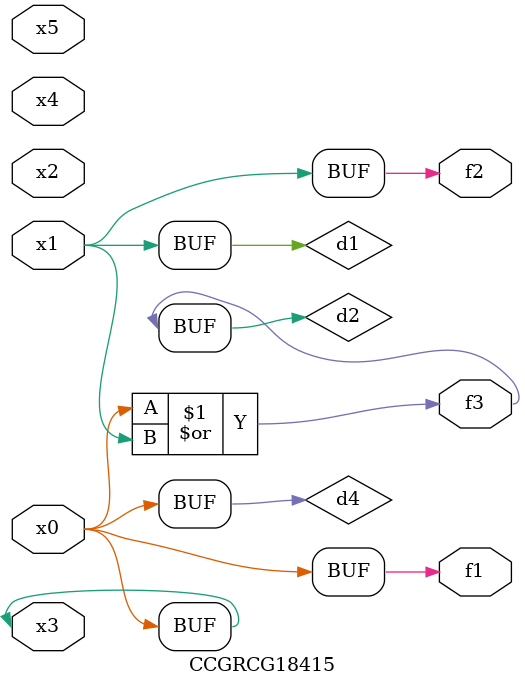
<source format=v>
module CCGRCG18415(
	input x0, x1, x2, x3, x4, x5,
	output f1, f2, f3
);

	wire d1, d2, d3, d4;

	and (d1, x1);
	or (d2, x0, x1);
	nand (d3, x0, x5);
	buf (d4, x0, x3);
	assign f1 = d4;
	assign f2 = d1;
	assign f3 = d2;
endmodule

</source>
